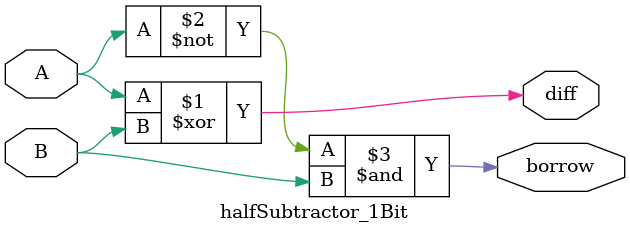
<source format=sv>
module halfSubtractor_1Bit(diff,borrow,A,B);
  // input decleration
  input A,B;
  
  // output decleration
  output diff,borrow;
  
  assign diff = A^B;
  assign borrow = (~A)&B;
  
endmodule
</source>
